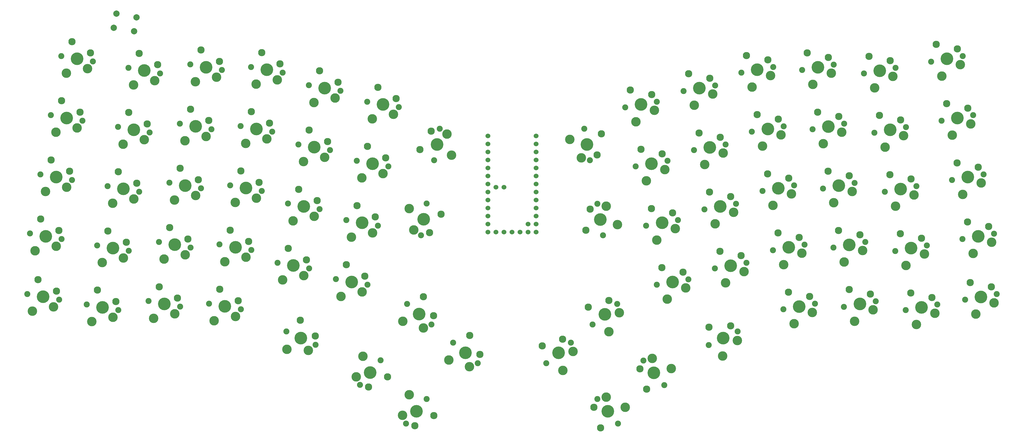
<source format=gts>
G04 #@! TF.GenerationSoftware,KiCad,Pcbnew,8.0.3*
G04 #@! TF.CreationDate,2024-07-15T09:39:08-04:00*
G04 #@! TF.ProjectId,reJESK,72654a45-534b-42e6-9b69-6361645f7063,1.0*
G04 #@! TF.SameCoordinates,Original*
G04 #@! TF.FileFunction,Soldermask,Top*
G04 #@! TF.FilePolarity,Negative*
%FSLAX46Y46*%
G04 Gerber Fmt 4.6, Leading zero omitted, Abs format (unit mm)*
G04 Created by KiCad (PCBNEW 8.0.3) date 2024-07-15 09:39:08*
%MOMM*%
%LPD*%
G01*
G04 APERTURE LIST*
%ADD10C,1.900000*%
%ADD11C,3.000000*%
%ADD12C,4.000000*%
%ADD13C,2.300000*%
%ADD14C,1.524000*%
%ADD15C,2.000000*%
G04 APERTURE END LIST*
D10*
X64201048Y-61804479D03*
D11*
X65816571Y-67252868D03*
D12*
X69203871Y-62686612D03*
D11*
X72511167Y-65854122D03*
D10*
X74206694Y-63568745D03*
D13*
X73397055Y-60846800D03*
X67584592Y-57242722D03*
D10*
X60893049Y-80565067D03*
D11*
X62508572Y-86013456D03*
D12*
X65895872Y-81447200D03*
D11*
X69203168Y-84614710D03*
D10*
X70898695Y-82329333D03*
D13*
X70089056Y-79607388D03*
X64276593Y-76003310D03*
D10*
X57585052Y-99325653D03*
D11*
X59200575Y-104774042D03*
D12*
X62587875Y-100207786D03*
D11*
X65895171Y-103375296D03*
D10*
X67590698Y-101089919D03*
D13*
X66781059Y-98367974D03*
X60968596Y-94763896D03*
D10*
X54277054Y-118086239D03*
D11*
X55892577Y-123534628D03*
D12*
X59279877Y-118968372D03*
D11*
X62587173Y-122135882D03*
D10*
X64282700Y-119850505D03*
D13*
X63473061Y-117128560D03*
X57660598Y-113524482D03*
D10*
X339359844Y-63600119D03*
D11*
X342741398Y-68167388D03*
D12*
X344362667Y-62717986D03*
D11*
X348553861Y-64563309D03*
D10*
X349365490Y-61835853D03*
D13*
X347673718Y-59554975D03*
X340979123Y-58156229D03*
D10*
X342667841Y-82360708D03*
D11*
X346049395Y-86927977D03*
D12*
X347670664Y-81478575D03*
D11*
X351861858Y-83323898D03*
D10*
X352673487Y-80596442D03*
D13*
X350981715Y-78315564D03*
X344287120Y-76916818D03*
D10*
X349283838Y-119881879D03*
D11*
X352665392Y-124449148D03*
D12*
X354286661Y-118999746D03*
D11*
X358477855Y-120845069D03*
D10*
X359289484Y-118117613D03*
D13*
X357597712Y-115836735D03*
X350903117Y-114437989D03*
D10*
X345975840Y-101121295D03*
D11*
X349357394Y-105688564D03*
D12*
X350978663Y-100239162D03*
D11*
X355169857Y-102084485D03*
D10*
X355981486Y-99357029D03*
D13*
X354289714Y-97076151D03*
X347595119Y-95677405D03*
D10*
X135385659Y-149107074D03*
D11*
X135535989Y-154787942D03*
D12*
X139989703Y-151253975D03*
D11*
X142364494Y-155169545D03*
D10*
X144593747Y-153400876D03*
D13*
X144516186Y-150562129D03*
X139834582Y-145576481D03*
D10*
X85463046Y-65553544D03*
D11*
X87078569Y-71001933D03*
D12*
X90465869Y-66435677D03*
D11*
X93773165Y-69603187D03*
D10*
X95468692Y-67317810D03*
D13*
X94659053Y-64595865D03*
X88846590Y-60991787D03*
D10*
X104995500Y-64484071D03*
D11*
X106611023Y-69932460D03*
D12*
X109998323Y-65366204D03*
D11*
X113305619Y-68533714D03*
D10*
X115001146Y-66248337D03*
D13*
X114191507Y-63526392D03*
X108379044Y-59922314D03*
D10*
X124197154Y-65290656D03*
D11*
X125812677Y-70739045D03*
D12*
X129199977Y-66172789D03*
D11*
X132507273Y-69340299D03*
D10*
X134202800Y-67054922D03*
D13*
X133393161Y-64332977D03*
X127580698Y-60728899D03*
D10*
X142516675Y-71100067D03*
D11*
X144132198Y-76548456D03*
D12*
X147519498Y-71982200D03*
D11*
X150826794Y-75149710D03*
D10*
X152522321Y-72864333D03*
D13*
X151712682Y-70142388D03*
X145900219Y-66538310D03*
D10*
X160946463Y-76284122D03*
D11*
X162561986Y-81732511D03*
D12*
X165949286Y-77166255D03*
D11*
X169256582Y-80333765D03*
D10*
X170952109Y-78048388D03*
D13*
X170142470Y-75326443D03*
X164330007Y-71722365D03*
D10*
X82155048Y-84314131D03*
D11*
X83770571Y-89762520D03*
D12*
X87157871Y-85196264D03*
D11*
X90465167Y-88363774D03*
D10*
X92160694Y-86078397D03*
D13*
X91351055Y-83356452D03*
X85538592Y-79752374D03*
D10*
X101687501Y-83244659D03*
D11*
X103303024Y-88693048D03*
D12*
X106690324Y-84126792D03*
D11*
X109997620Y-87294302D03*
D10*
X111693147Y-85008925D03*
D13*
X110883508Y-82286980D03*
X105071045Y-78682902D03*
D10*
X120889156Y-84051245D03*
D11*
X122504679Y-89499634D03*
D12*
X125891979Y-84933378D03*
D11*
X129199275Y-88100888D03*
D10*
X130894802Y-85815511D03*
D13*
X130085163Y-83093566D03*
X124272700Y-79489488D03*
D10*
X139208677Y-89860653D03*
D11*
X140824200Y-95309042D03*
D12*
X144211500Y-90742786D03*
D11*
X147518796Y-93910296D03*
D10*
X149214323Y-91624919D03*
D13*
X148404684Y-88902974D03*
X142592221Y-85298896D03*
D10*
X157638466Y-95044711D03*
D11*
X159253989Y-100493100D03*
D12*
X162641289Y-95926844D03*
D11*
X165948585Y-99094354D03*
D10*
X167644112Y-96808977D03*
D13*
X166834473Y-94087032D03*
X161022010Y-90482954D03*
D10*
X179747878Y-108615132D03*
D11*
X174299489Y-110230655D03*
D12*
X178865745Y-113617955D03*
D11*
X175698235Y-116925251D03*
D10*
X177983612Y-118620778D03*
D13*
X180705557Y-117811139D03*
X184309635Y-111998676D03*
D10*
X78847051Y-103074717D03*
D11*
X80462574Y-108523106D03*
D12*
X83849874Y-103956850D03*
D11*
X87157170Y-107124360D03*
D10*
X88852697Y-104838983D03*
D13*
X88043058Y-102117038D03*
X82230595Y-98512960D03*
D10*
X98379505Y-102005245D03*
D11*
X99995028Y-107453634D03*
D12*
X103382328Y-102887378D03*
D11*
X106689624Y-106054888D03*
D10*
X108385151Y-103769511D03*
D13*
X107575512Y-101047566D03*
X101763049Y-97443488D03*
D10*
X117581159Y-102811830D03*
D11*
X119196682Y-108260219D03*
D12*
X122583982Y-103693963D03*
D11*
X125891278Y-106861473D03*
D10*
X127586805Y-104576096D03*
D13*
X126777166Y-101854151D03*
X120964703Y-98250073D03*
D10*
X135900680Y-108621238D03*
D11*
X137516203Y-114069627D03*
D12*
X140903503Y-109503371D03*
D11*
X144210799Y-112670881D03*
D10*
X145906326Y-110385504D03*
D13*
X145096687Y-107663559D03*
X139284224Y-104059481D03*
D10*
X154330467Y-113805296D03*
D11*
X155945990Y-119253685D03*
D12*
X159333290Y-114687429D03*
D11*
X162640586Y-117854939D03*
D10*
X164336113Y-115569562D03*
D13*
X163526474Y-112847617D03*
X157714011Y-109243539D03*
D10*
X173543826Y-140405779D03*
D11*
X172218716Y-145931984D03*
D12*
X177435332Y-143671140D03*
D11*
X178715780Y-148067932D03*
D10*
X181326838Y-146936501D03*
D13*
X181986642Y-144174408D03*
X178754940Y-138146954D03*
D10*
X75539054Y-121835302D03*
D11*
X77154577Y-127283691D03*
D12*
X80541877Y-122717435D03*
D11*
X83849173Y-125884945D03*
D10*
X85544700Y-123599568D03*
D13*
X84735061Y-120877623D03*
X78922598Y-117273545D03*
D10*
X95071508Y-120765829D03*
D11*
X96687031Y-126214218D03*
D12*
X100074331Y-121647962D03*
D11*
X103381627Y-124815472D03*
D10*
X105077154Y-122530095D03*
D13*
X104267515Y-119808150D03*
X98455052Y-116204072D03*
D10*
X114273161Y-121572417D03*
D11*
X115888684Y-127020806D03*
D12*
X119275984Y-122454550D03*
D11*
X122583280Y-125622060D03*
D10*
X124278807Y-123336683D03*
D13*
X123469168Y-120614738D03*
X117656705Y-117010660D03*
D10*
X132592682Y-127381826D03*
D11*
X134208205Y-132830215D03*
D12*
X137595505Y-128263959D03*
D11*
X140902801Y-131431469D03*
D10*
X142598328Y-129146092D03*
D13*
X141788689Y-126424147D03*
X135976226Y-122820069D03*
D10*
X151022470Y-132565881D03*
D11*
X152637993Y-138014270D03*
D12*
X156025293Y-133448014D03*
D11*
X159332589Y-136615524D03*
D10*
X161028116Y-134330147D03*
D13*
X160218477Y-131608202D03*
X154406014Y-128004124D03*
D10*
X188149003Y-152653003D03*
D11*
X186823893Y-158179208D03*
D12*
X192040509Y-155918364D03*
D11*
X193320957Y-160315156D03*
D10*
X195932015Y-159183725D03*
D13*
X196591819Y-156421632D03*
X193360117Y-150394178D03*
D10*
X53470468Y-137287892D03*
D11*
X55085991Y-142736281D03*
D12*
X58473291Y-138170025D03*
D11*
X61780587Y-141337535D03*
D10*
X63476114Y-139052158D03*
D13*
X62666475Y-136330213D03*
X56854012Y-132726135D03*
D10*
X72231056Y-140595890D03*
D11*
X73846579Y-146044279D03*
D12*
X77233879Y-141478023D03*
D11*
X80541175Y-144645533D03*
D10*
X82236702Y-142360156D03*
D13*
X81427063Y-139638211D03*
X75614600Y-136034133D03*
D10*
X91763510Y-139526416D03*
D11*
X93379033Y-144974805D03*
D12*
X96766333Y-140408549D03*
D11*
X100073629Y-143576059D03*
D10*
X101769156Y-141290682D03*
D13*
X100959517Y-138568737D03*
X95147054Y-134964659D03*
D10*
X110965163Y-140333002D03*
D11*
X112580686Y-145781391D03*
D12*
X115967986Y-141215135D03*
D11*
X119275282Y-144382645D03*
D10*
X120970809Y-142097268D03*
D13*
X120161170Y-139375323D03*
X114348707Y-135771245D03*
D10*
X165180189Y-158321214D03*
D11*
X159653984Y-156996104D03*
D12*
X161914828Y-162212720D03*
D11*
X157518036Y-163493168D03*
D10*
X158649467Y-166104226D03*
D13*
X161411560Y-166764030D03*
X167439014Y-163532328D03*
D10*
X179785367Y-170568439D03*
D11*
X174259162Y-169243329D03*
D12*
X176520006Y-174459945D03*
D11*
X172123214Y-175740393D03*
D10*
X173254645Y-178351451D03*
D13*
X176016738Y-179011255D03*
X182044192Y-175779553D03*
D10*
X270968210Y-129177468D03*
D11*
X274349764Y-133744737D03*
D12*
X275971033Y-128295335D03*
D11*
X280162227Y-130140658D03*
D10*
X280973856Y-127413202D03*
D13*
X279282084Y-125132324D03*
X272587489Y-123733578D03*
D10*
X301873389Y-85040299D03*
D11*
X305254943Y-89607568D03*
D12*
X306876212Y-84158166D03*
D11*
X311067406Y-86003489D03*
D10*
X311879035Y-83276033D03*
D13*
X310187263Y-80995155D03*
X303492668Y-79596409D03*
D10*
X328021838Y-123630944D03*
D11*
X331403392Y-128198213D03*
D12*
X333024661Y-122748811D03*
D11*
X337215855Y-124594134D03*
D10*
X338027484Y-121866678D03*
D13*
X336335712Y-119585800D03*
X329641117Y-118187054D03*
D10*
X261044216Y-72895706D03*
D11*
X264425770Y-77462975D03*
D12*
X266047039Y-72013573D03*
D11*
X270238233Y-73858896D03*
D10*
X271049862Y-71131440D03*
D13*
X269358090Y-68850562D03*
X262663495Y-67451816D03*
D10*
X298565390Y-66279713D03*
D11*
X301946944Y-70846982D03*
D12*
X303568213Y-65397580D03*
D11*
X307759407Y-67242903D03*
D10*
X308571036Y-64515447D03*
D13*
X306879264Y-62234569D03*
X300184669Y-60835823D03*
D10*
X229628529Y-84883099D03*
D11*
X225061260Y-88264653D03*
D12*
X230510662Y-89885922D03*
D11*
X228665339Y-94077116D03*
D10*
X231392795Y-94888745D03*
D13*
X233673673Y-93196973D03*
X235072419Y-86502378D03*
D10*
X285979733Y-104607472D03*
D11*
X289361287Y-109174741D03*
D12*
X290982556Y-103725339D03*
D11*
X295173750Y-105570662D03*
D10*
X295985379Y-102843206D03*
D13*
X294293607Y-100562328D03*
X287599012Y-99163582D03*
D10*
X268972790Y-153432249D03*
D11*
X273421217Y-156968681D03*
D12*
X273576834Y-151285348D03*
D11*
X278102821Y-151983033D03*
D10*
X278180878Y-149138447D03*
D13*
X275956416Y-147373151D03*
X269127911Y-147754755D03*
D10*
X279363736Y-67086297D03*
D11*
X282745290Y-71653566D03*
D12*
X284366559Y-66204164D03*
D11*
X288557753Y-68049487D03*
D10*
X289369382Y-65322031D03*
D13*
X287677610Y-63041153D03*
X280983015Y-61642407D03*
D10*
X240311893Y-178382825D03*
D11*
X242576487Y-173170678D03*
D12*
X237046532Y-174491319D03*
D11*
X236549032Y-169938977D03*
D10*
X233781171Y-170599813D03*
D13*
X232651758Y-173205370D03*
X234787707Y-179702433D03*
D10*
X252538422Y-134361522D03*
D11*
X255919976Y-138928791D03*
D12*
X257541245Y-133479389D03*
D11*
X261732439Y-135324712D03*
D10*
X262544068Y-132597256D03*
D13*
X260852296Y-130316378D03*
X254157701Y-128917632D03*
D10*
X245922426Y-96840351D03*
D11*
X249303980Y-101407620D03*
D12*
X250925249Y-95958218D03*
D11*
X255116443Y-97803541D03*
D10*
X255928072Y-95076085D03*
D13*
X254236300Y-92795207D03*
X247541705Y-91396461D03*
D10*
X308489384Y-122561473D03*
D11*
X311870938Y-127128742D03*
D12*
X313492207Y-121679340D03*
D11*
X317683401Y-123524663D03*
D10*
X318495030Y-120797207D03*
D13*
X316803258Y-118516329D03*
X310108663Y-117117583D03*
D10*
X289287731Y-123368058D03*
D11*
X292669285Y-127935327D03*
D12*
X294290554Y-122485925D03*
D11*
X298481748Y-124331248D03*
D10*
X299293377Y-121603792D03*
D13*
X297601605Y-119322914D03*
X290907010Y-117924168D03*
D10*
X324713840Y-104870358D03*
D11*
X328095394Y-109437627D03*
D12*
X329716663Y-103988225D03*
D11*
X333907857Y-105833548D03*
D10*
X334719486Y-103106092D03*
D13*
X333027714Y-100825214D03*
X326333119Y-99426468D03*
D10*
X321405842Y-86109773D03*
D11*
X324787396Y-90677042D03*
D12*
X326408665Y-85227640D03*
D11*
X330599859Y-87072963D03*
D10*
X331411488Y-84345507D03*
D13*
X329719716Y-82064629D03*
X323025121Y-80665883D03*
D10*
X232239700Y-146967875D03*
D11*
X237451847Y-149232469D03*
D12*
X236131206Y-143702514D03*
D11*
X240683548Y-143205014D03*
D10*
X240022712Y-140437153D03*
D13*
X237417155Y-139307740D03*
X230920092Y-141443689D03*
D10*
X267660212Y-110416880D03*
D11*
X271041766Y-114984149D03*
D12*
X272663035Y-109534747D03*
D11*
X276854229Y-111380070D03*
D10*
X277665858Y-108652614D03*
D13*
X275974086Y-106371736D03*
X269279491Y-104972990D03*
D10*
X264352214Y-91656295D03*
D11*
X267733768Y-96223564D03*
D12*
X269355037Y-90774162D03*
D11*
X273546231Y-92619485D03*
D10*
X274357860Y-89892029D03*
D13*
X272666088Y-87611151D03*
X265971493Y-86212405D03*
D10*
X318097845Y-67349184D03*
D11*
X321479399Y-71916453D03*
D12*
X323100668Y-66467051D03*
D11*
X327291862Y-68312374D03*
D10*
X328103491Y-65584918D03*
D13*
X326411719Y-63304040D03*
X319717124Y-61905294D03*
D10*
X254917069Y-166135601D03*
D11*
X257181663Y-160923454D03*
D12*
X251651708Y-162244095D03*
D11*
X251154208Y-157691753D03*
D10*
X248386347Y-158352589D03*
D13*
X247256934Y-160958146D03*
X249392883Y-167455209D03*
D10*
X249230425Y-115600936D03*
D11*
X252611979Y-120168205D03*
D12*
X254233248Y-114718803D03*
D11*
X258424442Y-116564126D03*
D10*
X259236071Y-113836670D03*
D13*
X257544299Y-111555792D03*
X250849704Y-110157046D03*
D10*
X331329836Y-142391529D03*
D11*
X334711390Y-146958798D03*
D12*
X336332659Y-141509396D03*
D11*
X340523853Y-143354719D03*
D10*
X341335482Y-140627263D03*
D13*
X339643710Y-138346385D03*
X332949115Y-136947639D03*
D10*
X292595727Y-142128643D03*
D11*
X295977281Y-146695912D03*
D12*
X297598550Y-141246510D03*
D11*
X301789744Y-143091833D03*
D10*
X302601373Y-140364377D03*
D13*
X300909601Y-138083499D03*
X294215006Y-136684753D03*
D10*
X235582926Y-118652154D03*
D11*
X240150195Y-115270600D03*
D12*
X234700793Y-113649331D03*
D11*
X236546116Y-109458137D03*
D10*
X233818660Y-108646508D03*
D13*
X231537782Y-110338280D03*
X230139036Y-117032875D03*
D10*
X282671734Y-85846885D03*
D11*
X286053288Y-90414154D03*
D12*
X287674557Y-84964752D03*
D11*
X291865751Y-86810075D03*
D10*
X292677380Y-84082619D03*
D13*
X290985608Y-81801741D03*
X284291013Y-80402995D03*
D10*
X217634522Y-159215101D03*
D11*
X222846669Y-161479695D03*
D12*
X221526028Y-155949740D03*
D11*
X226078370Y-155452240D03*
D10*
X225417534Y-152684379D03*
D13*
X222811977Y-151554966D03*
X216314914Y-153690915D03*
D10*
X311797381Y-141322058D03*
D11*
X315178935Y-145889327D03*
D12*
X316800204Y-140439925D03*
D11*
X320991398Y-142285248D03*
D10*
X321803027Y-139557792D03*
D13*
X320111255Y-137276914D03*
X313416660Y-135878168D03*
D10*
X242614429Y-78079765D03*
D11*
X245995983Y-82647034D03*
D12*
X247617252Y-77197632D03*
D11*
X251808446Y-79042955D03*
D10*
X252620075Y-76315499D03*
D13*
X250928303Y-74034621D03*
X244233708Y-72635875D03*
D10*
X305181386Y-103800885D03*
D11*
X308562940Y-108368154D03*
D12*
X310184209Y-102918752D03*
D11*
X314375403Y-104764075D03*
D10*
X315187032Y-102036619D03*
D13*
X313495260Y-99755741D03*
X306800665Y-98356995D03*
D10*
X350090423Y-139083531D03*
D11*
X353471977Y-143650800D03*
D12*
X355093246Y-138201398D03*
D11*
X359284440Y-140046721D03*
D10*
X360096069Y-137319265D03*
D13*
X358404297Y-135038387D03*
X351709702Y-133639641D03*
D14*
X214406268Y-89689260D03*
X214406268Y-92229260D03*
X214406268Y-94769260D03*
X214406268Y-97309260D03*
X214406268Y-99849260D03*
X214406268Y-102389260D03*
X214406268Y-104929260D03*
X214406268Y-107469260D03*
X214406268Y-110009260D03*
X214406268Y-112549260D03*
X214406268Y-115089260D03*
X214406268Y-117629260D03*
X199186268Y-117629260D03*
X199186268Y-115089260D03*
X199186268Y-112549260D03*
X199186268Y-110009260D03*
X199186268Y-107469260D03*
X199186268Y-104929260D03*
X199186268Y-102389260D03*
X199186268Y-99849260D03*
X199186268Y-97309260D03*
X199186268Y-94769260D03*
X199186268Y-92229260D03*
X199186268Y-89689260D03*
X211874868Y-117629260D03*
X209334868Y-117629260D03*
X206794868Y-117629260D03*
X204254868Y-117629260D03*
X201714868Y-117629260D03*
X211874868Y-115089260D03*
X201714868Y-103405260D03*
X204254868Y-103405260D03*
X214414868Y-87149260D03*
X199174868Y-87149260D03*
D10*
X182173741Y-94857370D03*
D11*
X187622130Y-93241847D03*
D12*
X183055874Y-89854547D03*
D11*
X186223384Y-86547251D03*
D10*
X183938007Y-84851724D03*
D13*
X181216062Y-85661363D03*
X177611984Y-91473826D03*
D15*
X81596355Y-48409087D03*
X87997605Y-49537800D03*
X80814938Y-52840722D03*
X87216189Y-53969435D03*
M02*

</source>
